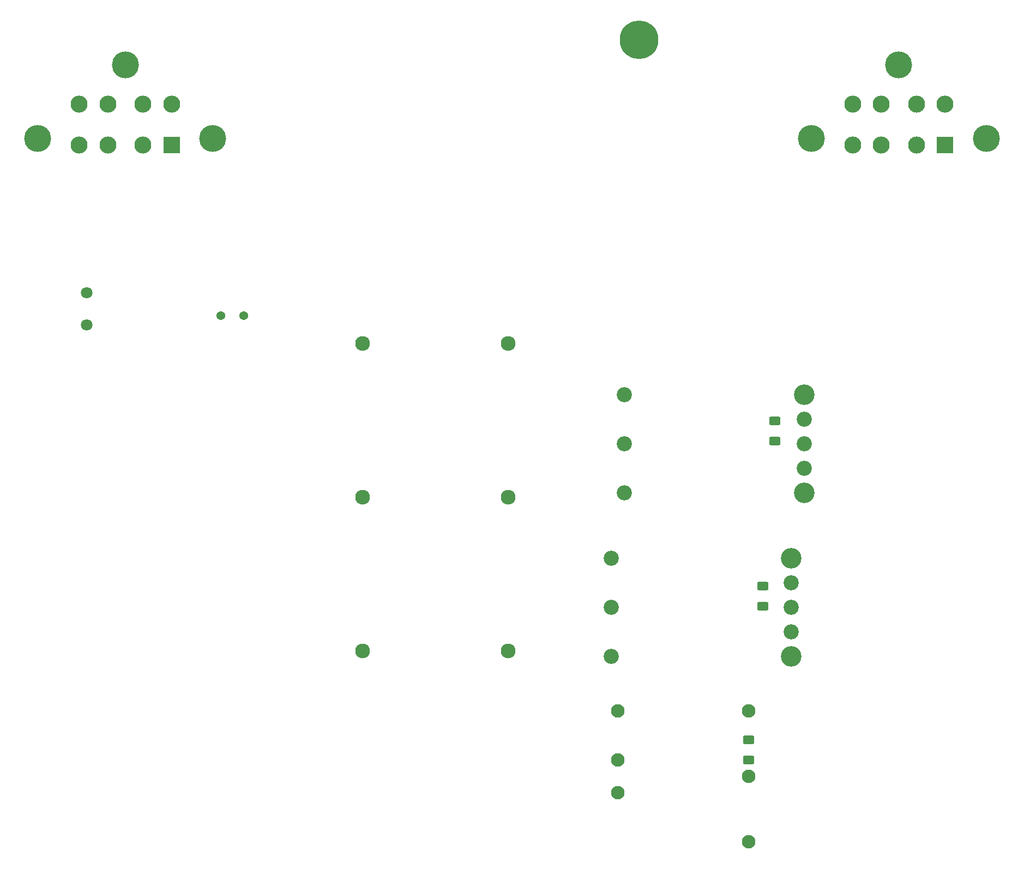
<source format=gbr>
%TF.GenerationSoftware,KiCad,Pcbnew,8.0.2*%
%TF.CreationDate,2024-05-12T20:09:40-06:00*%
%TF.ProjectId,GR-LRR-POWER,47522d4c-5252-42d5-904f-5745522e6b69,rev?*%
%TF.SameCoordinates,Original*%
%TF.FileFunction,Soldermask,Bot*%
%TF.FilePolarity,Negative*%
%FSLAX46Y46*%
G04 Gerber Fmt 4.6, Leading zero omitted, Abs format (unit mm)*
G04 Created by KiCad (PCBNEW 8.0.2) date 2024-05-12 20:09:40*
%MOMM*%
%LPD*%
G01*
G04 APERTURE LIST*
G04 Aperture macros list*
%AMRoundRect*
0 Rectangle with rounded corners*
0 $1 Rounding radius*
0 $2 $3 $4 $5 $6 $7 $8 $9 X,Y pos of 4 corners*
0 Add a 4 corners polygon primitive as box body*
4,1,4,$2,$3,$4,$5,$6,$7,$8,$9,$2,$3,0*
0 Add four circle primitives for the rounded corners*
1,1,$1+$1,$2,$3*
1,1,$1+$1,$4,$5*
1,1,$1+$1,$6,$7*
1,1,$1+$1,$8,$9*
0 Add four rect primitives between the rounded corners*
20,1,$1+$1,$2,$3,$4,$5,0*
20,1,$1+$1,$4,$5,$6,$7,0*
20,1,$1+$1,$6,$7,$8,$9,0*
20,1,$1+$1,$8,$9,$2,$3,0*%
G04 Aperture macros list end*
%ADD10RoundRect,0.250000X0.625000X-0.400000X0.625000X0.400000X-0.625000X0.400000X-0.625000X-0.400000X0*%
%ADD11C,2.300000*%
%ADD12C,2.100000*%
%ADD13R,2.640000X2.640000*%
%ADD14C,2.640000*%
%ADD15C,4.185000*%
%ADD16C,2.355000*%
%ADD17C,3.195000*%
%ADD18C,0.800000*%
%ADD19C,6.000000*%
%ADD20C,1.371600*%
%ADD21C,1.803400*%
G04 APERTURE END LIST*
D10*
%TO.C,R11*%
X194500000Y-180850000D03*
X194500000Y-183950000D03*
%TD*%
%TO.C,R10*%
X198600000Y-134450000D03*
X198600000Y-131350000D03*
%TD*%
%TO.C,R9*%
X196700000Y-160100000D03*
X196700000Y-157000000D03*
%TD*%
D11*
%TO.C,U5*%
X134600000Y-119283645D03*
X157200000Y-119283645D03*
%TD*%
D12*
%TO.C,PS3*%
X174195000Y-189040000D03*
X174195000Y-183960000D03*
X194515000Y-196660000D03*
X194515000Y-186500000D03*
X194515000Y-176340000D03*
X174195000Y-176340000D03*
%TD*%
D13*
%TO.C,J2*%
X224985000Y-88450000D03*
D14*
X220540000Y-88450000D03*
X215080000Y-88450000D03*
X210635000Y-88450000D03*
X210635000Y-82100000D03*
X215080000Y-82100000D03*
X220540000Y-82100000D03*
X224985000Y-82100000D03*
D15*
X217810000Y-76000000D03*
X231400000Y-87430000D03*
X204220000Y-87430000D03*
%TD*%
D16*
%TO.C,PS1*%
X175180000Y-127280000D03*
X175180000Y-134900000D03*
X175180000Y-142520000D03*
D17*
X203120000Y-142520000D03*
D16*
X203120000Y-138710000D03*
X203120000Y-134900000D03*
X203120000Y-131090000D03*
D17*
X203120000Y-127280000D03*
%TD*%
D16*
%TO.C,PS2*%
X173180000Y-152680000D03*
X173180000Y-160300000D03*
X173180000Y-167920000D03*
D17*
X201120000Y-167920000D03*
D16*
X201120000Y-164110000D03*
X201120000Y-160300000D03*
X201120000Y-156490000D03*
D17*
X201120000Y-152680000D03*
%TD*%
D18*
%TO.C,H2*%
X175250000Y-72150000D03*
X175909010Y-70559010D03*
X175909010Y-73740990D03*
X177500000Y-69900000D03*
D19*
X177500000Y-72150000D03*
D18*
X177500000Y-74400000D03*
X179090990Y-70559010D03*
X179090990Y-73740990D03*
X179750000Y-72150000D03*
%TD*%
D11*
%TO.C,U6*%
X134600000Y-143200000D03*
X157200000Y-143200000D03*
%TD*%
D13*
%TO.C,J1*%
X104900000Y-88450000D03*
D14*
X100455000Y-88450000D03*
X94995000Y-88450000D03*
X90550000Y-88450000D03*
X90550000Y-82100000D03*
X94995000Y-82100000D03*
X100455000Y-82100000D03*
X104900000Y-82100000D03*
D15*
X97725000Y-76000000D03*
X111315000Y-87430000D03*
X84135000Y-87430000D03*
%TD*%
D20*
%TO.C,C1*%
X116083250Y-114950000D03*
X112583249Y-114950000D03*
%TD*%
D21*
%TO.C,J3*%
X91750000Y-111450000D03*
X91750000Y-116450000D03*
%TD*%
D11*
%TO.C,U7*%
X134600000Y-167047555D03*
X157200000Y-167047555D03*
%TD*%
M02*

</source>
